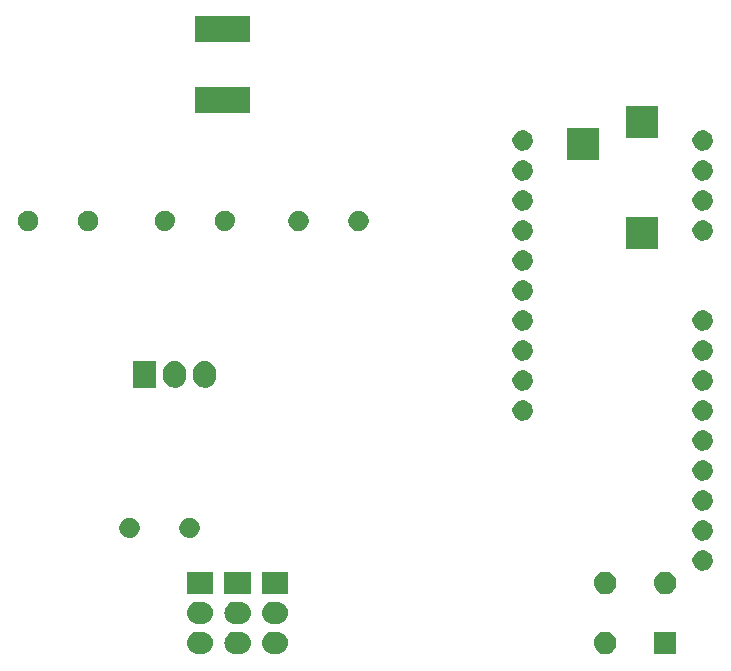
<source format=gbs>
G04 #@! TF.FileFunction,Soldermask,Bot*
%FSLAX46Y46*%
G04 Gerber Fmt 4.6, Leading zero omitted, Abs format (unit mm)*
G04 Created by KiCad (PCBNEW 4.0.1-stable) date 2016/08/24 23:14:12*
%MOMM*%
G01*
G04 APERTURE LIST*
%ADD10C,0.100000*%
G04 APERTURE END LIST*
D10*
G36*
X148059810Y-137710012D02*
X148059819Y-137710015D01*
X148059859Y-137710019D01*
X148239510Y-137765631D01*
X148404938Y-137855077D01*
X148549842Y-137974952D01*
X148668703Y-138120690D01*
X148756993Y-138286739D01*
X148811348Y-138466774D01*
X148829700Y-138653938D01*
X148829700Y-138663262D01*
X148829606Y-138676716D01*
X148808643Y-138863606D01*
X148751779Y-139042864D01*
X148661179Y-139207664D01*
X148540296Y-139351728D01*
X148393732Y-139469568D01*
X148227071Y-139556696D01*
X148046661Y-139609794D01*
X148046622Y-139609798D01*
X148046614Y-139609800D01*
X147859375Y-139626841D01*
X147672390Y-139607188D01*
X147672381Y-139607185D01*
X147672341Y-139607181D01*
X147492690Y-139551569D01*
X147327262Y-139462123D01*
X147182358Y-139342248D01*
X147063497Y-139196510D01*
X146975207Y-139030461D01*
X146920852Y-138850426D01*
X146902500Y-138663262D01*
X146902500Y-138653938D01*
X146902594Y-138640484D01*
X146923557Y-138453594D01*
X146980421Y-138274336D01*
X147071021Y-138109536D01*
X147191904Y-137965472D01*
X147338468Y-137847632D01*
X147505129Y-137760504D01*
X147685539Y-137707406D01*
X147685578Y-137707402D01*
X147685586Y-137707400D01*
X147872825Y-137690359D01*
X148059810Y-137710012D01*
X148059810Y-137710012D01*
G37*
G36*
X153909700Y-139622200D02*
X151982500Y-139622200D01*
X151982500Y-137695000D01*
X153909700Y-137695000D01*
X153909700Y-139622200D01*
X153909700Y-139622200D01*
G37*
G36*
X120091158Y-137695051D02*
X120097354Y-137695094D01*
X120284244Y-137716057D01*
X120463502Y-137772921D01*
X120628302Y-137863521D01*
X120772366Y-137984404D01*
X120890206Y-138130968D01*
X120977334Y-138297629D01*
X121030432Y-138478039D01*
X121030436Y-138478078D01*
X121030438Y-138478086D01*
X121047479Y-138665325D01*
X121027826Y-138852310D01*
X121027823Y-138852319D01*
X121027819Y-138852359D01*
X120972207Y-139032010D01*
X120882761Y-139197438D01*
X120762886Y-139342342D01*
X120617148Y-139461203D01*
X120451099Y-139549493D01*
X120271064Y-139603848D01*
X120083900Y-139622200D01*
X119768265Y-139622200D01*
X119761042Y-139622149D01*
X119754846Y-139622106D01*
X119567956Y-139601143D01*
X119388698Y-139544279D01*
X119223898Y-139453679D01*
X119079834Y-139332796D01*
X118961994Y-139186232D01*
X118874866Y-139019571D01*
X118821768Y-138839161D01*
X118821764Y-138839122D01*
X118821762Y-138839114D01*
X118804721Y-138651875D01*
X118824374Y-138464890D01*
X118824377Y-138464881D01*
X118824381Y-138464841D01*
X118879993Y-138285190D01*
X118969439Y-138119762D01*
X119089314Y-137974858D01*
X119235052Y-137855997D01*
X119401101Y-137767707D01*
X119581136Y-137713352D01*
X119768300Y-137695000D01*
X120083935Y-137695000D01*
X120091158Y-137695051D01*
X120091158Y-137695051D01*
G37*
G36*
X113741158Y-137695051D02*
X113747354Y-137695094D01*
X113934244Y-137716057D01*
X114113502Y-137772921D01*
X114278302Y-137863521D01*
X114422366Y-137984404D01*
X114540206Y-138130968D01*
X114627334Y-138297629D01*
X114680432Y-138478039D01*
X114680436Y-138478078D01*
X114680438Y-138478086D01*
X114697479Y-138665325D01*
X114677826Y-138852310D01*
X114677823Y-138852319D01*
X114677819Y-138852359D01*
X114622207Y-139032010D01*
X114532761Y-139197438D01*
X114412886Y-139342342D01*
X114267148Y-139461203D01*
X114101099Y-139549493D01*
X113921064Y-139603848D01*
X113733900Y-139622200D01*
X113418265Y-139622200D01*
X113411042Y-139622149D01*
X113404846Y-139622106D01*
X113217956Y-139601143D01*
X113038698Y-139544279D01*
X112873898Y-139453679D01*
X112729834Y-139332796D01*
X112611994Y-139186232D01*
X112524866Y-139019571D01*
X112471768Y-138839161D01*
X112471764Y-138839122D01*
X112471762Y-138839114D01*
X112454721Y-138651875D01*
X112474374Y-138464890D01*
X112474377Y-138464881D01*
X112474381Y-138464841D01*
X112529993Y-138285190D01*
X112619439Y-138119762D01*
X112739314Y-137974858D01*
X112885052Y-137855997D01*
X113051101Y-137767707D01*
X113231136Y-137713352D01*
X113418300Y-137695000D01*
X113733935Y-137695000D01*
X113741158Y-137695051D01*
X113741158Y-137695051D01*
G37*
G36*
X116916158Y-137695051D02*
X116922354Y-137695094D01*
X117109244Y-137716057D01*
X117288502Y-137772921D01*
X117453302Y-137863521D01*
X117597366Y-137984404D01*
X117715206Y-138130968D01*
X117802334Y-138297629D01*
X117855432Y-138478039D01*
X117855436Y-138478078D01*
X117855438Y-138478086D01*
X117872479Y-138665325D01*
X117852826Y-138852310D01*
X117852823Y-138852319D01*
X117852819Y-138852359D01*
X117797207Y-139032010D01*
X117707761Y-139197438D01*
X117587886Y-139342342D01*
X117442148Y-139461203D01*
X117276099Y-139549493D01*
X117096064Y-139603848D01*
X116908900Y-139622200D01*
X116593265Y-139622200D01*
X116586042Y-139622149D01*
X116579846Y-139622106D01*
X116392956Y-139601143D01*
X116213698Y-139544279D01*
X116048898Y-139453679D01*
X115904834Y-139332796D01*
X115786994Y-139186232D01*
X115699866Y-139019571D01*
X115646768Y-138839161D01*
X115646764Y-138839122D01*
X115646762Y-138839114D01*
X115629721Y-138651875D01*
X115649374Y-138464890D01*
X115649377Y-138464881D01*
X115649381Y-138464841D01*
X115704993Y-138285190D01*
X115794439Y-138119762D01*
X115914314Y-137974858D01*
X116060052Y-137855997D01*
X116226101Y-137767707D01*
X116406136Y-137713352D01*
X116593300Y-137695000D01*
X116908935Y-137695000D01*
X116916158Y-137695051D01*
X116916158Y-137695051D01*
G37*
G36*
X120091158Y-135155051D02*
X120097354Y-135155094D01*
X120284244Y-135176057D01*
X120463502Y-135232921D01*
X120628302Y-135323521D01*
X120772366Y-135444404D01*
X120890206Y-135590968D01*
X120977334Y-135757629D01*
X121030432Y-135938039D01*
X121030436Y-135938078D01*
X121030438Y-135938086D01*
X121047479Y-136125325D01*
X121027826Y-136312310D01*
X121027823Y-136312319D01*
X121027819Y-136312359D01*
X120972207Y-136492010D01*
X120882761Y-136657438D01*
X120762886Y-136802342D01*
X120617148Y-136921203D01*
X120451099Y-137009493D01*
X120271064Y-137063848D01*
X120083900Y-137082200D01*
X119768265Y-137082200D01*
X119761042Y-137082149D01*
X119754846Y-137082106D01*
X119567956Y-137061143D01*
X119388698Y-137004279D01*
X119223898Y-136913679D01*
X119079834Y-136792796D01*
X118961994Y-136646232D01*
X118874866Y-136479571D01*
X118821768Y-136299161D01*
X118821764Y-136299122D01*
X118821762Y-136299114D01*
X118804721Y-136111875D01*
X118824374Y-135924890D01*
X118824377Y-135924881D01*
X118824381Y-135924841D01*
X118879993Y-135745190D01*
X118969439Y-135579762D01*
X119089314Y-135434858D01*
X119235052Y-135315997D01*
X119401101Y-135227707D01*
X119581136Y-135173352D01*
X119768300Y-135155000D01*
X120083935Y-135155000D01*
X120091158Y-135155051D01*
X120091158Y-135155051D01*
G37*
G36*
X116916158Y-135155051D02*
X116922354Y-135155094D01*
X117109244Y-135176057D01*
X117288502Y-135232921D01*
X117453302Y-135323521D01*
X117597366Y-135444404D01*
X117715206Y-135590968D01*
X117802334Y-135757629D01*
X117855432Y-135938039D01*
X117855436Y-135938078D01*
X117855438Y-135938086D01*
X117872479Y-136125325D01*
X117852826Y-136312310D01*
X117852823Y-136312319D01*
X117852819Y-136312359D01*
X117797207Y-136492010D01*
X117707761Y-136657438D01*
X117587886Y-136802342D01*
X117442148Y-136921203D01*
X117276099Y-137009493D01*
X117096064Y-137063848D01*
X116908900Y-137082200D01*
X116593265Y-137082200D01*
X116586042Y-137082149D01*
X116579846Y-137082106D01*
X116392956Y-137061143D01*
X116213698Y-137004279D01*
X116048898Y-136913679D01*
X115904834Y-136792796D01*
X115786994Y-136646232D01*
X115699866Y-136479571D01*
X115646768Y-136299161D01*
X115646764Y-136299122D01*
X115646762Y-136299114D01*
X115629721Y-136111875D01*
X115649374Y-135924890D01*
X115649377Y-135924881D01*
X115649381Y-135924841D01*
X115704993Y-135745190D01*
X115794439Y-135579762D01*
X115914314Y-135434858D01*
X116060052Y-135315997D01*
X116226101Y-135227707D01*
X116406136Y-135173352D01*
X116593300Y-135155000D01*
X116908935Y-135155000D01*
X116916158Y-135155051D01*
X116916158Y-135155051D01*
G37*
G36*
X113741158Y-135155051D02*
X113747354Y-135155094D01*
X113934244Y-135176057D01*
X114113502Y-135232921D01*
X114278302Y-135323521D01*
X114422366Y-135444404D01*
X114540206Y-135590968D01*
X114627334Y-135757629D01*
X114680432Y-135938039D01*
X114680436Y-135938078D01*
X114680438Y-135938086D01*
X114697479Y-136125325D01*
X114677826Y-136312310D01*
X114677823Y-136312319D01*
X114677819Y-136312359D01*
X114622207Y-136492010D01*
X114532761Y-136657438D01*
X114412886Y-136802342D01*
X114267148Y-136921203D01*
X114101099Y-137009493D01*
X113921064Y-137063848D01*
X113733900Y-137082200D01*
X113418265Y-137082200D01*
X113411042Y-137082149D01*
X113404846Y-137082106D01*
X113217956Y-137061143D01*
X113038698Y-137004279D01*
X112873898Y-136913679D01*
X112729834Y-136792796D01*
X112611994Y-136646232D01*
X112524866Y-136479571D01*
X112471768Y-136299161D01*
X112471764Y-136299122D01*
X112471762Y-136299114D01*
X112454721Y-136111875D01*
X112474374Y-135924890D01*
X112474377Y-135924881D01*
X112474381Y-135924841D01*
X112529993Y-135745190D01*
X112619439Y-135579762D01*
X112739314Y-135434858D01*
X112885052Y-135315997D01*
X113051101Y-135227707D01*
X113231136Y-135173352D01*
X113418300Y-135155000D01*
X113733935Y-135155000D01*
X113741158Y-135155051D01*
X113741158Y-135155051D01*
G37*
G36*
X148059810Y-132630012D02*
X148059819Y-132630015D01*
X148059859Y-132630019D01*
X148239510Y-132685631D01*
X148404938Y-132775077D01*
X148549842Y-132894952D01*
X148668703Y-133040690D01*
X148756993Y-133206739D01*
X148811348Y-133386774D01*
X148829700Y-133573938D01*
X148829700Y-133583262D01*
X148829606Y-133596716D01*
X148808643Y-133783606D01*
X148751779Y-133962864D01*
X148661179Y-134127664D01*
X148540296Y-134271728D01*
X148393732Y-134389568D01*
X148227071Y-134476696D01*
X148046661Y-134529794D01*
X148046622Y-134529798D01*
X148046614Y-134529800D01*
X147859375Y-134546841D01*
X147672390Y-134527188D01*
X147672381Y-134527185D01*
X147672341Y-134527181D01*
X147492690Y-134471569D01*
X147327262Y-134382123D01*
X147182358Y-134262248D01*
X147063497Y-134116510D01*
X146975207Y-133950461D01*
X146920852Y-133770426D01*
X146902500Y-133583262D01*
X146902500Y-133573938D01*
X146902594Y-133560484D01*
X146923557Y-133373594D01*
X146980421Y-133194336D01*
X147071021Y-133029536D01*
X147191904Y-132885472D01*
X147338468Y-132767632D01*
X147505129Y-132680504D01*
X147685539Y-132627406D01*
X147685578Y-132627402D01*
X147685586Y-132627400D01*
X147872825Y-132610359D01*
X148059810Y-132630012D01*
X148059810Y-132630012D01*
G37*
G36*
X153139810Y-132630012D02*
X153139819Y-132630015D01*
X153139859Y-132630019D01*
X153319510Y-132685631D01*
X153484938Y-132775077D01*
X153629842Y-132894952D01*
X153748703Y-133040690D01*
X153836993Y-133206739D01*
X153891348Y-133386774D01*
X153909700Y-133573938D01*
X153909700Y-133583262D01*
X153909606Y-133596716D01*
X153888643Y-133783606D01*
X153831779Y-133962864D01*
X153741179Y-134127664D01*
X153620296Y-134271728D01*
X153473732Y-134389568D01*
X153307071Y-134476696D01*
X153126661Y-134529794D01*
X153126622Y-134529798D01*
X153126614Y-134529800D01*
X152939375Y-134546841D01*
X152752390Y-134527188D01*
X152752381Y-134527185D01*
X152752341Y-134527181D01*
X152572690Y-134471569D01*
X152407262Y-134382123D01*
X152262358Y-134262248D01*
X152143497Y-134116510D01*
X152055207Y-133950461D01*
X152000852Y-133770426D01*
X151982500Y-133583262D01*
X151982500Y-133573938D01*
X151982594Y-133560484D01*
X152003557Y-133373594D01*
X152060421Y-133194336D01*
X152151021Y-133029536D01*
X152271904Y-132885472D01*
X152418468Y-132767632D01*
X152585129Y-132680504D01*
X152765539Y-132627406D01*
X152765578Y-132627402D01*
X152765586Y-132627400D01*
X152952825Y-132610359D01*
X153139810Y-132630012D01*
X153139810Y-132630012D01*
G37*
G36*
X121042100Y-134542200D02*
X118810100Y-134542200D01*
X118810100Y-132615000D01*
X121042100Y-132615000D01*
X121042100Y-134542200D01*
X121042100Y-134542200D01*
G37*
G36*
X114692100Y-134542200D02*
X112460100Y-134542200D01*
X112460100Y-132615000D01*
X114692100Y-132615000D01*
X114692100Y-134542200D01*
X114692100Y-134542200D01*
G37*
G36*
X117867100Y-134542200D02*
X115635100Y-134542200D01*
X115635100Y-132615000D01*
X117867100Y-132615000D01*
X117867100Y-134542200D01*
X117867100Y-134542200D01*
G37*
G36*
X156211639Y-130812172D02*
X156377236Y-130846164D01*
X156533071Y-130911672D01*
X156673219Y-131006202D01*
X156792337Y-131126155D01*
X156885888Y-131266959D01*
X156950303Y-131423245D01*
X156983071Y-131588733D01*
X156983071Y-131588743D01*
X156983137Y-131589077D01*
X156980441Y-131782160D01*
X156980365Y-131782494D01*
X156980365Y-131782505D01*
X156942991Y-131947006D01*
X156874233Y-132101439D01*
X156776790Y-132239574D01*
X156654366Y-132356156D01*
X156511639Y-132446734D01*
X156354031Y-132507867D01*
X156187554Y-132537220D01*
X156018544Y-132533681D01*
X155853436Y-132497379D01*
X155698531Y-132429703D01*
X155559713Y-132333222D01*
X155442284Y-132211620D01*
X155350712Y-132069528D01*
X155288481Y-131912352D01*
X155257964Y-131746076D01*
X155260325Y-131577047D01*
X155295471Y-131411697D01*
X155362067Y-131256318D01*
X155457573Y-131116835D01*
X155578354Y-130998557D01*
X155719805Y-130905994D01*
X155876544Y-130842667D01*
X156042593Y-130810992D01*
X156211639Y-130812172D01*
X156211639Y-130812172D01*
G37*
G36*
X156211639Y-128272172D02*
X156377236Y-128306164D01*
X156533071Y-128371672D01*
X156673219Y-128466202D01*
X156792337Y-128586155D01*
X156885888Y-128726959D01*
X156950303Y-128883245D01*
X156983071Y-129048733D01*
X156983071Y-129048743D01*
X156983137Y-129049077D01*
X156980441Y-129242160D01*
X156980365Y-129242494D01*
X156980365Y-129242505D01*
X156942991Y-129407006D01*
X156874233Y-129561439D01*
X156776790Y-129699574D01*
X156654366Y-129816156D01*
X156511639Y-129906734D01*
X156354031Y-129967867D01*
X156187554Y-129997220D01*
X156018544Y-129993681D01*
X155853436Y-129957379D01*
X155698531Y-129889703D01*
X155559713Y-129793222D01*
X155442284Y-129671620D01*
X155350712Y-129529528D01*
X155288481Y-129372352D01*
X155257964Y-129206076D01*
X155260325Y-129037047D01*
X155295471Y-128871697D01*
X155362067Y-128716318D01*
X155457573Y-128576835D01*
X155578354Y-128458557D01*
X155719805Y-128365994D01*
X155876544Y-128302667D01*
X156042593Y-128270992D01*
X156211639Y-128272172D01*
X156211639Y-128272172D01*
G37*
G36*
X112771639Y-128042172D02*
X112937236Y-128076164D01*
X113093071Y-128141672D01*
X113233219Y-128236202D01*
X113352337Y-128356155D01*
X113445888Y-128496959D01*
X113510303Y-128653245D01*
X113543071Y-128818733D01*
X113543071Y-128818743D01*
X113543137Y-128819077D01*
X113540441Y-129012160D01*
X113540365Y-129012494D01*
X113540365Y-129012505D01*
X113502991Y-129177006D01*
X113434233Y-129331439D01*
X113336790Y-129469574D01*
X113214366Y-129586156D01*
X113071639Y-129676734D01*
X112914031Y-129737867D01*
X112747554Y-129767220D01*
X112578544Y-129763681D01*
X112413436Y-129727379D01*
X112258531Y-129659703D01*
X112119713Y-129563222D01*
X112002284Y-129441620D01*
X111910712Y-129299528D01*
X111848481Y-129142352D01*
X111817964Y-128976076D01*
X111820325Y-128807047D01*
X111855471Y-128641697D01*
X111922067Y-128486318D01*
X112017573Y-128346835D01*
X112138354Y-128228557D01*
X112279805Y-128135994D01*
X112436544Y-128072667D01*
X112602593Y-128040992D01*
X112771639Y-128042172D01*
X112771639Y-128042172D01*
G37*
G36*
X107691639Y-128042172D02*
X107857236Y-128076164D01*
X108013071Y-128141672D01*
X108153219Y-128236202D01*
X108272337Y-128356155D01*
X108365888Y-128496959D01*
X108430303Y-128653245D01*
X108463071Y-128818733D01*
X108463071Y-128818743D01*
X108463137Y-128819077D01*
X108460441Y-129012160D01*
X108460365Y-129012494D01*
X108460365Y-129012505D01*
X108422991Y-129177006D01*
X108354233Y-129331439D01*
X108256790Y-129469574D01*
X108134366Y-129586156D01*
X107991639Y-129676734D01*
X107834031Y-129737867D01*
X107667554Y-129767220D01*
X107498544Y-129763681D01*
X107333436Y-129727379D01*
X107178531Y-129659703D01*
X107039713Y-129563222D01*
X106922284Y-129441620D01*
X106830712Y-129299528D01*
X106768481Y-129142352D01*
X106737964Y-128976076D01*
X106740325Y-128807047D01*
X106775471Y-128641697D01*
X106842067Y-128486318D01*
X106937573Y-128346835D01*
X107058354Y-128228557D01*
X107199805Y-128135994D01*
X107356544Y-128072667D01*
X107522593Y-128040992D01*
X107691639Y-128042172D01*
X107691639Y-128042172D01*
G37*
G36*
X156211639Y-125732172D02*
X156377236Y-125766164D01*
X156533071Y-125831672D01*
X156673219Y-125926202D01*
X156792337Y-126046155D01*
X156885888Y-126186959D01*
X156950303Y-126343245D01*
X156983071Y-126508733D01*
X156983071Y-126508743D01*
X156983137Y-126509077D01*
X156980441Y-126702160D01*
X156980365Y-126702494D01*
X156980365Y-126702505D01*
X156942991Y-126867006D01*
X156874233Y-127021439D01*
X156776790Y-127159574D01*
X156654366Y-127276156D01*
X156511639Y-127366734D01*
X156354031Y-127427867D01*
X156187554Y-127457220D01*
X156018544Y-127453681D01*
X155853436Y-127417379D01*
X155698531Y-127349703D01*
X155559713Y-127253222D01*
X155442284Y-127131620D01*
X155350712Y-126989528D01*
X155288481Y-126832352D01*
X155257964Y-126666076D01*
X155260325Y-126497047D01*
X155295471Y-126331697D01*
X155362067Y-126176318D01*
X155457573Y-126036835D01*
X155578354Y-125918557D01*
X155719805Y-125825994D01*
X155876544Y-125762667D01*
X156042593Y-125730992D01*
X156211639Y-125732172D01*
X156211639Y-125732172D01*
G37*
G36*
X156211639Y-123192172D02*
X156377236Y-123226164D01*
X156533071Y-123291672D01*
X156673219Y-123386202D01*
X156792337Y-123506155D01*
X156885888Y-123646959D01*
X156950303Y-123803245D01*
X156983071Y-123968733D01*
X156983071Y-123968743D01*
X156983137Y-123969077D01*
X156980441Y-124162160D01*
X156980365Y-124162494D01*
X156980365Y-124162505D01*
X156942991Y-124327006D01*
X156874233Y-124481439D01*
X156776790Y-124619574D01*
X156654366Y-124736156D01*
X156511639Y-124826734D01*
X156354031Y-124887867D01*
X156187554Y-124917220D01*
X156018544Y-124913681D01*
X155853436Y-124877379D01*
X155698531Y-124809703D01*
X155559713Y-124713222D01*
X155442284Y-124591620D01*
X155350712Y-124449528D01*
X155288481Y-124292352D01*
X155257964Y-124126076D01*
X155260325Y-123957047D01*
X155295471Y-123791697D01*
X155362067Y-123636318D01*
X155457573Y-123496835D01*
X155578354Y-123378557D01*
X155719805Y-123285994D01*
X155876544Y-123222667D01*
X156042593Y-123190992D01*
X156211639Y-123192172D01*
X156211639Y-123192172D01*
G37*
G36*
X156211639Y-120652172D02*
X156377236Y-120686164D01*
X156533071Y-120751672D01*
X156673219Y-120846202D01*
X156792337Y-120966155D01*
X156885888Y-121106959D01*
X156950303Y-121263245D01*
X156983071Y-121428733D01*
X156983071Y-121428743D01*
X156983137Y-121429077D01*
X156980441Y-121622160D01*
X156980365Y-121622494D01*
X156980365Y-121622505D01*
X156942991Y-121787006D01*
X156874233Y-121941439D01*
X156776790Y-122079574D01*
X156654366Y-122196156D01*
X156511639Y-122286734D01*
X156354031Y-122347867D01*
X156187554Y-122377220D01*
X156018544Y-122373681D01*
X155853436Y-122337379D01*
X155698531Y-122269703D01*
X155559713Y-122173222D01*
X155442284Y-122051620D01*
X155350712Y-121909528D01*
X155288481Y-121752352D01*
X155257964Y-121586076D01*
X155260325Y-121417047D01*
X155295471Y-121251697D01*
X155362067Y-121096318D01*
X155457573Y-120956835D01*
X155578354Y-120838557D01*
X155719805Y-120745994D01*
X155876544Y-120682667D01*
X156042593Y-120650992D01*
X156211639Y-120652172D01*
X156211639Y-120652172D01*
G37*
G36*
X140971639Y-118112172D02*
X141137236Y-118146164D01*
X141293071Y-118211672D01*
X141433219Y-118306202D01*
X141552337Y-118426155D01*
X141645888Y-118566959D01*
X141710303Y-118723245D01*
X141743071Y-118888733D01*
X141743071Y-118888743D01*
X141743137Y-118889077D01*
X141740441Y-119082160D01*
X141740365Y-119082494D01*
X141740365Y-119082505D01*
X141702991Y-119247006D01*
X141634233Y-119401439D01*
X141536790Y-119539574D01*
X141414366Y-119656156D01*
X141271639Y-119746734D01*
X141114031Y-119807867D01*
X140947554Y-119837220D01*
X140778544Y-119833681D01*
X140613436Y-119797379D01*
X140458531Y-119729703D01*
X140319713Y-119633222D01*
X140202284Y-119511620D01*
X140110712Y-119369528D01*
X140048481Y-119212352D01*
X140017964Y-119046076D01*
X140020325Y-118877047D01*
X140055471Y-118711697D01*
X140122067Y-118556318D01*
X140217573Y-118416835D01*
X140338354Y-118298557D01*
X140479805Y-118205994D01*
X140636544Y-118142667D01*
X140802593Y-118110992D01*
X140971639Y-118112172D01*
X140971639Y-118112172D01*
G37*
G36*
X156211639Y-118112172D02*
X156377236Y-118146164D01*
X156533071Y-118211672D01*
X156673219Y-118306202D01*
X156792337Y-118426155D01*
X156885888Y-118566959D01*
X156950303Y-118723245D01*
X156983071Y-118888733D01*
X156983071Y-118888743D01*
X156983137Y-118889077D01*
X156980441Y-119082160D01*
X156980365Y-119082494D01*
X156980365Y-119082505D01*
X156942991Y-119247006D01*
X156874233Y-119401439D01*
X156776790Y-119539574D01*
X156654366Y-119656156D01*
X156511639Y-119746734D01*
X156354031Y-119807867D01*
X156187554Y-119837220D01*
X156018544Y-119833681D01*
X155853436Y-119797379D01*
X155698531Y-119729703D01*
X155559713Y-119633222D01*
X155442284Y-119511620D01*
X155350712Y-119369528D01*
X155288481Y-119212352D01*
X155257964Y-119046076D01*
X155260325Y-118877047D01*
X155295471Y-118711697D01*
X155362067Y-118556318D01*
X155457573Y-118416835D01*
X155578354Y-118298557D01*
X155719805Y-118205994D01*
X155876544Y-118142667D01*
X156042593Y-118110992D01*
X156211639Y-118112172D01*
X156211639Y-118112172D01*
G37*
G36*
X140971639Y-115572172D02*
X141137236Y-115606164D01*
X141293071Y-115671672D01*
X141433219Y-115766202D01*
X141552337Y-115886155D01*
X141645888Y-116026959D01*
X141710303Y-116183245D01*
X141743071Y-116348733D01*
X141743071Y-116348743D01*
X141743137Y-116349077D01*
X141740441Y-116542160D01*
X141740365Y-116542494D01*
X141740365Y-116542505D01*
X141702991Y-116707006D01*
X141634233Y-116861439D01*
X141536790Y-116999574D01*
X141414366Y-117116156D01*
X141271639Y-117206734D01*
X141114031Y-117267867D01*
X140947554Y-117297220D01*
X140778544Y-117293681D01*
X140613436Y-117257379D01*
X140458531Y-117189703D01*
X140319713Y-117093222D01*
X140202284Y-116971620D01*
X140110712Y-116829528D01*
X140048481Y-116672352D01*
X140017964Y-116506076D01*
X140020325Y-116337047D01*
X140055471Y-116171697D01*
X140122067Y-116016318D01*
X140217573Y-115876835D01*
X140338354Y-115758557D01*
X140479805Y-115665994D01*
X140636544Y-115602667D01*
X140802593Y-115570992D01*
X140971639Y-115572172D01*
X140971639Y-115572172D01*
G37*
G36*
X156211639Y-115572172D02*
X156377236Y-115606164D01*
X156533071Y-115671672D01*
X156673219Y-115766202D01*
X156792337Y-115886155D01*
X156885888Y-116026959D01*
X156950303Y-116183245D01*
X156983071Y-116348733D01*
X156983071Y-116348743D01*
X156983137Y-116349077D01*
X156980441Y-116542160D01*
X156980365Y-116542494D01*
X156980365Y-116542505D01*
X156942991Y-116707006D01*
X156874233Y-116861439D01*
X156776790Y-116999574D01*
X156654366Y-117116156D01*
X156511639Y-117206734D01*
X156354031Y-117267867D01*
X156187554Y-117297220D01*
X156018544Y-117293681D01*
X155853436Y-117257379D01*
X155698531Y-117189703D01*
X155559713Y-117093222D01*
X155442284Y-116971620D01*
X155350712Y-116829528D01*
X155288481Y-116672352D01*
X155257964Y-116506076D01*
X155260325Y-116337047D01*
X155295471Y-116171697D01*
X155362067Y-116016318D01*
X155457573Y-115876835D01*
X155578354Y-115758557D01*
X155719805Y-115665994D01*
X155876544Y-115602667D01*
X156042593Y-115570992D01*
X156211639Y-115572172D01*
X156211639Y-115572172D01*
G37*
G36*
X114150810Y-114823874D02*
X114150819Y-114823877D01*
X114150859Y-114823881D01*
X114330510Y-114879493D01*
X114495938Y-114968939D01*
X114640842Y-115088814D01*
X114759703Y-115234552D01*
X114847993Y-115400601D01*
X114902348Y-115580636D01*
X114920700Y-115767800D01*
X114920700Y-116083400D01*
X114920606Y-116096854D01*
X114899643Y-116283744D01*
X114842779Y-116463002D01*
X114752179Y-116627802D01*
X114631296Y-116771866D01*
X114484732Y-116889706D01*
X114318071Y-116976834D01*
X114137661Y-117029932D01*
X114137622Y-117029936D01*
X114137614Y-117029938D01*
X113950375Y-117046979D01*
X113763390Y-117027326D01*
X113763381Y-117027323D01*
X113763341Y-117027319D01*
X113583690Y-116971707D01*
X113418262Y-116882261D01*
X113273358Y-116762386D01*
X113154497Y-116616648D01*
X113066207Y-116450599D01*
X113011852Y-116270564D01*
X112993500Y-116083400D01*
X112993500Y-115767800D01*
X112993594Y-115754346D01*
X113014557Y-115567456D01*
X113071421Y-115388198D01*
X113162021Y-115223398D01*
X113282904Y-115079334D01*
X113429468Y-114961494D01*
X113596129Y-114874366D01*
X113776539Y-114821268D01*
X113776578Y-114821264D01*
X113776586Y-114821262D01*
X113963825Y-114804221D01*
X114150810Y-114823874D01*
X114150810Y-114823874D01*
G37*
G36*
X111610810Y-114823874D02*
X111610819Y-114823877D01*
X111610859Y-114823881D01*
X111790510Y-114879493D01*
X111955938Y-114968939D01*
X112100842Y-115088814D01*
X112219703Y-115234552D01*
X112307993Y-115400601D01*
X112362348Y-115580636D01*
X112380700Y-115767800D01*
X112380700Y-116083400D01*
X112380606Y-116096854D01*
X112359643Y-116283744D01*
X112302779Y-116463002D01*
X112212179Y-116627802D01*
X112091296Y-116771866D01*
X111944732Y-116889706D01*
X111778071Y-116976834D01*
X111597661Y-117029932D01*
X111597622Y-117029936D01*
X111597614Y-117029938D01*
X111410375Y-117046979D01*
X111223390Y-117027326D01*
X111223381Y-117027323D01*
X111223341Y-117027319D01*
X111043690Y-116971707D01*
X110878262Y-116882261D01*
X110733358Y-116762386D01*
X110614497Y-116616648D01*
X110526207Y-116450599D01*
X110471852Y-116270564D01*
X110453500Y-116083400D01*
X110453500Y-115767800D01*
X110453594Y-115754346D01*
X110474557Y-115567456D01*
X110531421Y-115388198D01*
X110622021Y-115223398D01*
X110742904Y-115079334D01*
X110889468Y-114961494D01*
X111056129Y-114874366D01*
X111236539Y-114821268D01*
X111236578Y-114821264D01*
X111236586Y-114821262D01*
X111423825Y-114804221D01*
X111610810Y-114823874D01*
X111610810Y-114823874D01*
G37*
G36*
X109840700Y-117041600D02*
X107913500Y-117041600D01*
X107913500Y-114809600D01*
X109840700Y-114809600D01*
X109840700Y-117041600D01*
X109840700Y-117041600D01*
G37*
G36*
X156211639Y-113032172D02*
X156377236Y-113066164D01*
X156533071Y-113131672D01*
X156673219Y-113226202D01*
X156792337Y-113346155D01*
X156885888Y-113486959D01*
X156950303Y-113643245D01*
X156983071Y-113808733D01*
X156983071Y-113808743D01*
X156983137Y-113809077D01*
X156980441Y-114002160D01*
X156980365Y-114002494D01*
X156980365Y-114002505D01*
X156942991Y-114167006D01*
X156874233Y-114321439D01*
X156776790Y-114459574D01*
X156654366Y-114576156D01*
X156511639Y-114666734D01*
X156354031Y-114727867D01*
X156187554Y-114757220D01*
X156018544Y-114753681D01*
X155853436Y-114717379D01*
X155698531Y-114649703D01*
X155559713Y-114553222D01*
X155442284Y-114431620D01*
X155350712Y-114289528D01*
X155288481Y-114132352D01*
X155257964Y-113966076D01*
X155260325Y-113797047D01*
X155295471Y-113631697D01*
X155362067Y-113476318D01*
X155457573Y-113336835D01*
X155578354Y-113218557D01*
X155719805Y-113125994D01*
X155876544Y-113062667D01*
X156042593Y-113030992D01*
X156211639Y-113032172D01*
X156211639Y-113032172D01*
G37*
G36*
X140971639Y-113032172D02*
X141137236Y-113066164D01*
X141293071Y-113131672D01*
X141433219Y-113226202D01*
X141552337Y-113346155D01*
X141645888Y-113486959D01*
X141710303Y-113643245D01*
X141743071Y-113808733D01*
X141743071Y-113808743D01*
X141743137Y-113809077D01*
X141740441Y-114002160D01*
X141740365Y-114002494D01*
X141740365Y-114002505D01*
X141702991Y-114167006D01*
X141634233Y-114321439D01*
X141536790Y-114459574D01*
X141414366Y-114576156D01*
X141271639Y-114666734D01*
X141114031Y-114727867D01*
X140947554Y-114757220D01*
X140778544Y-114753681D01*
X140613436Y-114717379D01*
X140458531Y-114649703D01*
X140319713Y-114553222D01*
X140202284Y-114431620D01*
X140110712Y-114289528D01*
X140048481Y-114132352D01*
X140017964Y-113966076D01*
X140020325Y-113797047D01*
X140055471Y-113631697D01*
X140122067Y-113476318D01*
X140217573Y-113336835D01*
X140338354Y-113218557D01*
X140479805Y-113125994D01*
X140636544Y-113062667D01*
X140802593Y-113030992D01*
X140971639Y-113032172D01*
X140971639Y-113032172D01*
G37*
G36*
X140971639Y-110492172D02*
X141137236Y-110526164D01*
X141293071Y-110591672D01*
X141433219Y-110686202D01*
X141552337Y-110806155D01*
X141645888Y-110946959D01*
X141710303Y-111103245D01*
X141743071Y-111268733D01*
X141743071Y-111268743D01*
X141743137Y-111269077D01*
X141740441Y-111462160D01*
X141740365Y-111462494D01*
X141740365Y-111462505D01*
X141702991Y-111627006D01*
X141634233Y-111781439D01*
X141536790Y-111919574D01*
X141414366Y-112036156D01*
X141271639Y-112126734D01*
X141114031Y-112187867D01*
X140947554Y-112217220D01*
X140778544Y-112213681D01*
X140613436Y-112177379D01*
X140458531Y-112109703D01*
X140319713Y-112013222D01*
X140202284Y-111891620D01*
X140110712Y-111749528D01*
X140048481Y-111592352D01*
X140017964Y-111426076D01*
X140020325Y-111257047D01*
X140055471Y-111091697D01*
X140122067Y-110936318D01*
X140217573Y-110796835D01*
X140338354Y-110678557D01*
X140479805Y-110585994D01*
X140636544Y-110522667D01*
X140802593Y-110490992D01*
X140971639Y-110492172D01*
X140971639Y-110492172D01*
G37*
G36*
X156211639Y-110492172D02*
X156377236Y-110526164D01*
X156533071Y-110591672D01*
X156673219Y-110686202D01*
X156792337Y-110806155D01*
X156885888Y-110946959D01*
X156950303Y-111103245D01*
X156983071Y-111268733D01*
X156983071Y-111268743D01*
X156983137Y-111269077D01*
X156980441Y-111462160D01*
X156980365Y-111462494D01*
X156980365Y-111462505D01*
X156942991Y-111627006D01*
X156874233Y-111781439D01*
X156776790Y-111919574D01*
X156654366Y-112036156D01*
X156511639Y-112126734D01*
X156354031Y-112187867D01*
X156187554Y-112217220D01*
X156018544Y-112213681D01*
X155853436Y-112177379D01*
X155698531Y-112109703D01*
X155559713Y-112013222D01*
X155442284Y-111891620D01*
X155350712Y-111749528D01*
X155288481Y-111592352D01*
X155257964Y-111426076D01*
X155260325Y-111257047D01*
X155295471Y-111091697D01*
X155362067Y-110936318D01*
X155457573Y-110796835D01*
X155578354Y-110678557D01*
X155719805Y-110585994D01*
X155876544Y-110522667D01*
X156042593Y-110490992D01*
X156211639Y-110492172D01*
X156211639Y-110492172D01*
G37*
G36*
X140971639Y-107952172D02*
X141137236Y-107986164D01*
X141293071Y-108051672D01*
X141433219Y-108146202D01*
X141552337Y-108266155D01*
X141645888Y-108406959D01*
X141710303Y-108563245D01*
X141743071Y-108728733D01*
X141743071Y-108728743D01*
X141743137Y-108729077D01*
X141740441Y-108922160D01*
X141740365Y-108922494D01*
X141740365Y-108922505D01*
X141702991Y-109087006D01*
X141634233Y-109241439D01*
X141536790Y-109379574D01*
X141414366Y-109496156D01*
X141271639Y-109586734D01*
X141114031Y-109647867D01*
X140947554Y-109677220D01*
X140778544Y-109673681D01*
X140613436Y-109637379D01*
X140458531Y-109569703D01*
X140319713Y-109473222D01*
X140202284Y-109351620D01*
X140110712Y-109209528D01*
X140048481Y-109052352D01*
X140017964Y-108886076D01*
X140020325Y-108717047D01*
X140055471Y-108551697D01*
X140122067Y-108396318D01*
X140217573Y-108256835D01*
X140338354Y-108138557D01*
X140479805Y-108045994D01*
X140636544Y-107982667D01*
X140802593Y-107950992D01*
X140971639Y-107952172D01*
X140971639Y-107952172D01*
G37*
G36*
X140971639Y-105412172D02*
X141137236Y-105446164D01*
X141293071Y-105511672D01*
X141433219Y-105606202D01*
X141552337Y-105726155D01*
X141645888Y-105866959D01*
X141710303Y-106023245D01*
X141743071Y-106188733D01*
X141743071Y-106188743D01*
X141743137Y-106189077D01*
X141740441Y-106382160D01*
X141740365Y-106382494D01*
X141740365Y-106382505D01*
X141702991Y-106547006D01*
X141634233Y-106701439D01*
X141536790Y-106839574D01*
X141414366Y-106956156D01*
X141271639Y-107046734D01*
X141114031Y-107107867D01*
X140947554Y-107137220D01*
X140778544Y-107133681D01*
X140613436Y-107097379D01*
X140458531Y-107029703D01*
X140319713Y-106933222D01*
X140202284Y-106811620D01*
X140110712Y-106669528D01*
X140048481Y-106512352D01*
X140017964Y-106346076D01*
X140020325Y-106177047D01*
X140055471Y-106011697D01*
X140122067Y-105856318D01*
X140217573Y-105716835D01*
X140338354Y-105598557D01*
X140479805Y-105505994D01*
X140636544Y-105442667D01*
X140802593Y-105410992D01*
X140971639Y-105412172D01*
X140971639Y-105412172D01*
G37*
G36*
X152351100Y-105328600D02*
X149651100Y-105328600D01*
X149651100Y-102628600D01*
X152351100Y-102628600D01*
X152351100Y-105328600D01*
X152351100Y-105328600D01*
G37*
G36*
X140971639Y-102872172D02*
X141137236Y-102906164D01*
X141293071Y-102971672D01*
X141433219Y-103066202D01*
X141552337Y-103186155D01*
X141645888Y-103326959D01*
X141710303Y-103483245D01*
X141743071Y-103648733D01*
X141743071Y-103648743D01*
X141743137Y-103649077D01*
X141740441Y-103842160D01*
X141740365Y-103842494D01*
X141740365Y-103842505D01*
X141702991Y-104007006D01*
X141634233Y-104161439D01*
X141536790Y-104299574D01*
X141414366Y-104416156D01*
X141271639Y-104506734D01*
X141114031Y-104567867D01*
X140947554Y-104597220D01*
X140778544Y-104593681D01*
X140613436Y-104557379D01*
X140458531Y-104489703D01*
X140319713Y-104393222D01*
X140202284Y-104271620D01*
X140110712Y-104129528D01*
X140048481Y-103972352D01*
X140017964Y-103806076D01*
X140020325Y-103637047D01*
X140055471Y-103471697D01*
X140122067Y-103316318D01*
X140217573Y-103176835D01*
X140338354Y-103058557D01*
X140479805Y-102965994D01*
X140636544Y-102902667D01*
X140802593Y-102870992D01*
X140971639Y-102872172D01*
X140971639Y-102872172D01*
G37*
G36*
X156211639Y-102872172D02*
X156377236Y-102906164D01*
X156533071Y-102971672D01*
X156673219Y-103066202D01*
X156792337Y-103186155D01*
X156885888Y-103326959D01*
X156950303Y-103483245D01*
X156983071Y-103648733D01*
X156983071Y-103648743D01*
X156983137Y-103649077D01*
X156980441Y-103842160D01*
X156980365Y-103842494D01*
X156980365Y-103842505D01*
X156942991Y-104007006D01*
X156874233Y-104161439D01*
X156776790Y-104299574D01*
X156654366Y-104416156D01*
X156511639Y-104506734D01*
X156354031Y-104567867D01*
X156187554Y-104597220D01*
X156018544Y-104593681D01*
X155853436Y-104557379D01*
X155698531Y-104489703D01*
X155559713Y-104393222D01*
X155442284Y-104271620D01*
X155350712Y-104129528D01*
X155288481Y-103972352D01*
X155257964Y-103806076D01*
X155260325Y-103637047D01*
X155295471Y-103471697D01*
X155362067Y-103316318D01*
X155457573Y-103176835D01*
X155578354Y-103058557D01*
X155719805Y-102965994D01*
X155876544Y-102902667D01*
X156042593Y-102870992D01*
X156211639Y-102872172D01*
X156211639Y-102872172D01*
G37*
G36*
X110671639Y-102052172D02*
X110837236Y-102086164D01*
X110993071Y-102151672D01*
X111133219Y-102246202D01*
X111252337Y-102366155D01*
X111345888Y-102506959D01*
X111410303Y-102663245D01*
X111443071Y-102828733D01*
X111443071Y-102828743D01*
X111443137Y-102829077D01*
X111440441Y-103022160D01*
X111440365Y-103022494D01*
X111440365Y-103022505D01*
X111402991Y-103187006D01*
X111334233Y-103341439D01*
X111236790Y-103479574D01*
X111114366Y-103596156D01*
X110971639Y-103686734D01*
X110814031Y-103747867D01*
X110647554Y-103777220D01*
X110478544Y-103773681D01*
X110313436Y-103737379D01*
X110158531Y-103669703D01*
X110019713Y-103573222D01*
X109902284Y-103451620D01*
X109810712Y-103309528D01*
X109748481Y-103152352D01*
X109717964Y-102986076D01*
X109720325Y-102817047D01*
X109755471Y-102651697D01*
X109822067Y-102496318D01*
X109917573Y-102356835D01*
X110038354Y-102238557D01*
X110179805Y-102145994D01*
X110336544Y-102082667D01*
X110502593Y-102050992D01*
X110671639Y-102052172D01*
X110671639Y-102052172D01*
G37*
G36*
X99111639Y-102052172D02*
X99277236Y-102086164D01*
X99433071Y-102151672D01*
X99573219Y-102246202D01*
X99692337Y-102366155D01*
X99785888Y-102506959D01*
X99850303Y-102663245D01*
X99883071Y-102828733D01*
X99883071Y-102828743D01*
X99883137Y-102829077D01*
X99880441Y-103022160D01*
X99880365Y-103022494D01*
X99880365Y-103022505D01*
X99842991Y-103187006D01*
X99774233Y-103341439D01*
X99676790Y-103479574D01*
X99554366Y-103596156D01*
X99411639Y-103686734D01*
X99254031Y-103747867D01*
X99087554Y-103777220D01*
X98918544Y-103773681D01*
X98753436Y-103737379D01*
X98598531Y-103669703D01*
X98459713Y-103573222D01*
X98342284Y-103451620D01*
X98250712Y-103309528D01*
X98188481Y-103152352D01*
X98157964Y-102986076D01*
X98160325Y-102817047D01*
X98195471Y-102651697D01*
X98262067Y-102496318D01*
X98357573Y-102356835D01*
X98478354Y-102238557D01*
X98619805Y-102145994D01*
X98776544Y-102082667D01*
X98942593Y-102050992D01*
X99111639Y-102052172D01*
X99111639Y-102052172D01*
G37*
G36*
X104191639Y-102052172D02*
X104357236Y-102086164D01*
X104513071Y-102151672D01*
X104653219Y-102246202D01*
X104772337Y-102366155D01*
X104865888Y-102506959D01*
X104930303Y-102663245D01*
X104963071Y-102828733D01*
X104963071Y-102828743D01*
X104963137Y-102829077D01*
X104960441Y-103022160D01*
X104960365Y-103022494D01*
X104960365Y-103022505D01*
X104922991Y-103187006D01*
X104854233Y-103341439D01*
X104756790Y-103479574D01*
X104634366Y-103596156D01*
X104491639Y-103686734D01*
X104334031Y-103747867D01*
X104167554Y-103777220D01*
X103998544Y-103773681D01*
X103833436Y-103737379D01*
X103678531Y-103669703D01*
X103539713Y-103573222D01*
X103422284Y-103451620D01*
X103330712Y-103309528D01*
X103268481Y-103152352D01*
X103237964Y-102986076D01*
X103240325Y-102817047D01*
X103275471Y-102651697D01*
X103342067Y-102496318D01*
X103437573Y-102356835D01*
X103558354Y-102238557D01*
X103699805Y-102145994D01*
X103856544Y-102082667D01*
X104022593Y-102050992D01*
X104191639Y-102052172D01*
X104191639Y-102052172D01*
G37*
G36*
X115751639Y-102052172D02*
X115917236Y-102086164D01*
X116073071Y-102151672D01*
X116213219Y-102246202D01*
X116332337Y-102366155D01*
X116425888Y-102506959D01*
X116490303Y-102663245D01*
X116523071Y-102828733D01*
X116523071Y-102828743D01*
X116523137Y-102829077D01*
X116520441Y-103022160D01*
X116520365Y-103022494D01*
X116520365Y-103022505D01*
X116482991Y-103187006D01*
X116414233Y-103341439D01*
X116316790Y-103479574D01*
X116194366Y-103596156D01*
X116051639Y-103686734D01*
X115894031Y-103747867D01*
X115727554Y-103777220D01*
X115558544Y-103773681D01*
X115393436Y-103737379D01*
X115238531Y-103669703D01*
X115099713Y-103573222D01*
X114982284Y-103451620D01*
X114890712Y-103309528D01*
X114828481Y-103152352D01*
X114797964Y-102986076D01*
X114800325Y-102817047D01*
X114835471Y-102651697D01*
X114902067Y-102496318D01*
X114997573Y-102356835D01*
X115118354Y-102238557D01*
X115259805Y-102145994D01*
X115416544Y-102082667D01*
X115582593Y-102050992D01*
X115751639Y-102052172D01*
X115751639Y-102052172D01*
G37*
G36*
X127081639Y-102052172D02*
X127247236Y-102086164D01*
X127403071Y-102151672D01*
X127543219Y-102246202D01*
X127662337Y-102366155D01*
X127755888Y-102506959D01*
X127820303Y-102663245D01*
X127853071Y-102828733D01*
X127853071Y-102828743D01*
X127853137Y-102829077D01*
X127850441Y-103022160D01*
X127850365Y-103022494D01*
X127850365Y-103022505D01*
X127812991Y-103187006D01*
X127744233Y-103341439D01*
X127646790Y-103479574D01*
X127524366Y-103596156D01*
X127381639Y-103686734D01*
X127224031Y-103747867D01*
X127057554Y-103777220D01*
X126888544Y-103773681D01*
X126723436Y-103737379D01*
X126568531Y-103669703D01*
X126429713Y-103573222D01*
X126312284Y-103451620D01*
X126220712Y-103309528D01*
X126158481Y-103152352D01*
X126127964Y-102986076D01*
X126130325Y-102817047D01*
X126165471Y-102651697D01*
X126232067Y-102496318D01*
X126327573Y-102356835D01*
X126448354Y-102238557D01*
X126589805Y-102145994D01*
X126746544Y-102082667D01*
X126912593Y-102050992D01*
X127081639Y-102052172D01*
X127081639Y-102052172D01*
G37*
G36*
X122001639Y-102052172D02*
X122167236Y-102086164D01*
X122323071Y-102151672D01*
X122463219Y-102246202D01*
X122582337Y-102366155D01*
X122675888Y-102506959D01*
X122740303Y-102663245D01*
X122773071Y-102828733D01*
X122773071Y-102828743D01*
X122773137Y-102829077D01*
X122770441Y-103022160D01*
X122770365Y-103022494D01*
X122770365Y-103022505D01*
X122732991Y-103187006D01*
X122664233Y-103341439D01*
X122566790Y-103479574D01*
X122444366Y-103596156D01*
X122301639Y-103686734D01*
X122144031Y-103747867D01*
X121977554Y-103777220D01*
X121808544Y-103773681D01*
X121643436Y-103737379D01*
X121488531Y-103669703D01*
X121349713Y-103573222D01*
X121232284Y-103451620D01*
X121140712Y-103309528D01*
X121078481Y-103152352D01*
X121047964Y-102986076D01*
X121050325Y-102817047D01*
X121085471Y-102651697D01*
X121152067Y-102496318D01*
X121247573Y-102356835D01*
X121368354Y-102238557D01*
X121509805Y-102145994D01*
X121666544Y-102082667D01*
X121832593Y-102050992D01*
X122001639Y-102052172D01*
X122001639Y-102052172D01*
G37*
G36*
X140971639Y-100332172D02*
X141137236Y-100366164D01*
X141293071Y-100431672D01*
X141433219Y-100526202D01*
X141552337Y-100646155D01*
X141645888Y-100786959D01*
X141710303Y-100943245D01*
X141743071Y-101108733D01*
X141743071Y-101108743D01*
X141743137Y-101109077D01*
X141740441Y-101302160D01*
X141740365Y-101302494D01*
X141740365Y-101302505D01*
X141702991Y-101467006D01*
X141634233Y-101621439D01*
X141536790Y-101759574D01*
X141414366Y-101876156D01*
X141271639Y-101966734D01*
X141114031Y-102027867D01*
X140947554Y-102057220D01*
X140778544Y-102053681D01*
X140613436Y-102017379D01*
X140458531Y-101949703D01*
X140319713Y-101853222D01*
X140202284Y-101731620D01*
X140110712Y-101589528D01*
X140048481Y-101432352D01*
X140017964Y-101266076D01*
X140020325Y-101097047D01*
X140055471Y-100931697D01*
X140122067Y-100776318D01*
X140217573Y-100636835D01*
X140338354Y-100518557D01*
X140479805Y-100425994D01*
X140636544Y-100362667D01*
X140802593Y-100330992D01*
X140971639Y-100332172D01*
X140971639Y-100332172D01*
G37*
G36*
X156211639Y-100332172D02*
X156377236Y-100366164D01*
X156533071Y-100431672D01*
X156673219Y-100526202D01*
X156792337Y-100646155D01*
X156885888Y-100786959D01*
X156950303Y-100943245D01*
X156983071Y-101108733D01*
X156983071Y-101108743D01*
X156983137Y-101109077D01*
X156980441Y-101302160D01*
X156980365Y-101302494D01*
X156980365Y-101302505D01*
X156942991Y-101467006D01*
X156874233Y-101621439D01*
X156776790Y-101759574D01*
X156654366Y-101876156D01*
X156511639Y-101966734D01*
X156354031Y-102027867D01*
X156187554Y-102057220D01*
X156018544Y-102053681D01*
X155853436Y-102017379D01*
X155698531Y-101949703D01*
X155559713Y-101853222D01*
X155442284Y-101731620D01*
X155350712Y-101589528D01*
X155288481Y-101432352D01*
X155257964Y-101266076D01*
X155260325Y-101097047D01*
X155295471Y-100931697D01*
X155362067Y-100776318D01*
X155457573Y-100636835D01*
X155578354Y-100518557D01*
X155719805Y-100425994D01*
X155876544Y-100362667D01*
X156042593Y-100330992D01*
X156211639Y-100332172D01*
X156211639Y-100332172D01*
G37*
G36*
X140971639Y-97792172D02*
X141137236Y-97826164D01*
X141293071Y-97891672D01*
X141433219Y-97986202D01*
X141552337Y-98106155D01*
X141645888Y-98246959D01*
X141710303Y-98403245D01*
X141743071Y-98568733D01*
X141743071Y-98568743D01*
X141743137Y-98569077D01*
X141740441Y-98762160D01*
X141740365Y-98762494D01*
X141740365Y-98762505D01*
X141702991Y-98927006D01*
X141634233Y-99081439D01*
X141536790Y-99219574D01*
X141414366Y-99336156D01*
X141271639Y-99426734D01*
X141114031Y-99487867D01*
X140947554Y-99517220D01*
X140778544Y-99513681D01*
X140613436Y-99477379D01*
X140458531Y-99409703D01*
X140319713Y-99313222D01*
X140202284Y-99191620D01*
X140110712Y-99049528D01*
X140048481Y-98892352D01*
X140017964Y-98726076D01*
X140020325Y-98557047D01*
X140055471Y-98391697D01*
X140122067Y-98236318D01*
X140217573Y-98096835D01*
X140338354Y-97978557D01*
X140479805Y-97885994D01*
X140636544Y-97822667D01*
X140802593Y-97790992D01*
X140971639Y-97792172D01*
X140971639Y-97792172D01*
G37*
G36*
X156211639Y-97792172D02*
X156377236Y-97826164D01*
X156533071Y-97891672D01*
X156673219Y-97986202D01*
X156792337Y-98106155D01*
X156885888Y-98246959D01*
X156950303Y-98403245D01*
X156983071Y-98568733D01*
X156983071Y-98568743D01*
X156983137Y-98569077D01*
X156980441Y-98762160D01*
X156980365Y-98762494D01*
X156980365Y-98762505D01*
X156942991Y-98927006D01*
X156874233Y-99081439D01*
X156776790Y-99219574D01*
X156654366Y-99336156D01*
X156511639Y-99426734D01*
X156354031Y-99487867D01*
X156187554Y-99517220D01*
X156018544Y-99513681D01*
X155853436Y-99477379D01*
X155698531Y-99409703D01*
X155559713Y-99313222D01*
X155442284Y-99191620D01*
X155350712Y-99049528D01*
X155288481Y-98892352D01*
X155257964Y-98726076D01*
X155260325Y-98557047D01*
X155295471Y-98391697D01*
X155362067Y-98236318D01*
X155457573Y-98096835D01*
X155578354Y-97978557D01*
X155719805Y-97885994D01*
X155876544Y-97822667D01*
X156042593Y-97790992D01*
X156211639Y-97792172D01*
X156211639Y-97792172D01*
G37*
G36*
X147351100Y-97728600D02*
X144651100Y-97728600D01*
X144651100Y-95028600D01*
X147351100Y-95028600D01*
X147351100Y-97728600D01*
X147351100Y-97728600D01*
G37*
G36*
X140971639Y-95252172D02*
X141137236Y-95286164D01*
X141293071Y-95351672D01*
X141433219Y-95446202D01*
X141552337Y-95566155D01*
X141645888Y-95706959D01*
X141710303Y-95863245D01*
X141743071Y-96028733D01*
X141743071Y-96028743D01*
X141743137Y-96029077D01*
X141740441Y-96222160D01*
X141740365Y-96222494D01*
X141740365Y-96222505D01*
X141702991Y-96387006D01*
X141634233Y-96541439D01*
X141536790Y-96679574D01*
X141414366Y-96796156D01*
X141271639Y-96886734D01*
X141114031Y-96947867D01*
X140947554Y-96977220D01*
X140778544Y-96973681D01*
X140613436Y-96937379D01*
X140458531Y-96869703D01*
X140319713Y-96773222D01*
X140202284Y-96651620D01*
X140110712Y-96509528D01*
X140048481Y-96352352D01*
X140017964Y-96186076D01*
X140020325Y-96017047D01*
X140055471Y-95851697D01*
X140122067Y-95696318D01*
X140217573Y-95556835D01*
X140338354Y-95438557D01*
X140479805Y-95345994D01*
X140636544Y-95282667D01*
X140802593Y-95250992D01*
X140971639Y-95252172D01*
X140971639Y-95252172D01*
G37*
G36*
X156211639Y-95252172D02*
X156377236Y-95286164D01*
X156533071Y-95351672D01*
X156673219Y-95446202D01*
X156792337Y-95566155D01*
X156885888Y-95706959D01*
X156950303Y-95863245D01*
X156983071Y-96028733D01*
X156983071Y-96028743D01*
X156983137Y-96029077D01*
X156980441Y-96222160D01*
X156980365Y-96222494D01*
X156980365Y-96222505D01*
X156942991Y-96387006D01*
X156874233Y-96541439D01*
X156776790Y-96679574D01*
X156654366Y-96796156D01*
X156511639Y-96886734D01*
X156354031Y-96947867D01*
X156187554Y-96977220D01*
X156018544Y-96973681D01*
X155853436Y-96937379D01*
X155698531Y-96869703D01*
X155559713Y-96773222D01*
X155442284Y-96651620D01*
X155350712Y-96509528D01*
X155288481Y-96352352D01*
X155257964Y-96186076D01*
X155260325Y-96017047D01*
X155295471Y-95851697D01*
X155362067Y-95696318D01*
X155457573Y-95556835D01*
X155578354Y-95438557D01*
X155719805Y-95345994D01*
X155876544Y-95282667D01*
X156042593Y-95250992D01*
X156211639Y-95252172D01*
X156211639Y-95252172D01*
G37*
G36*
X152351100Y-95928600D02*
X149651100Y-95928600D01*
X149651100Y-93228600D01*
X152351100Y-93228600D01*
X152351100Y-95928600D01*
X152351100Y-95928600D01*
G37*
G36*
X117831100Y-93768600D02*
X113131100Y-93768600D01*
X113131100Y-91568600D01*
X117831100Y-91568600D01*
X117831100Y-93768600D01*
X117831100Y-93768600D01*
G37*
G36*
X117831100Y-87768600D02*
X113131100Y-87768600D01*
X113131100Y-85568600D01*
X117831100Y-85568600D01*
X117831100Y-87768600D01*
X117831100Y-87768600D01*
G37*
M02*

</source>
